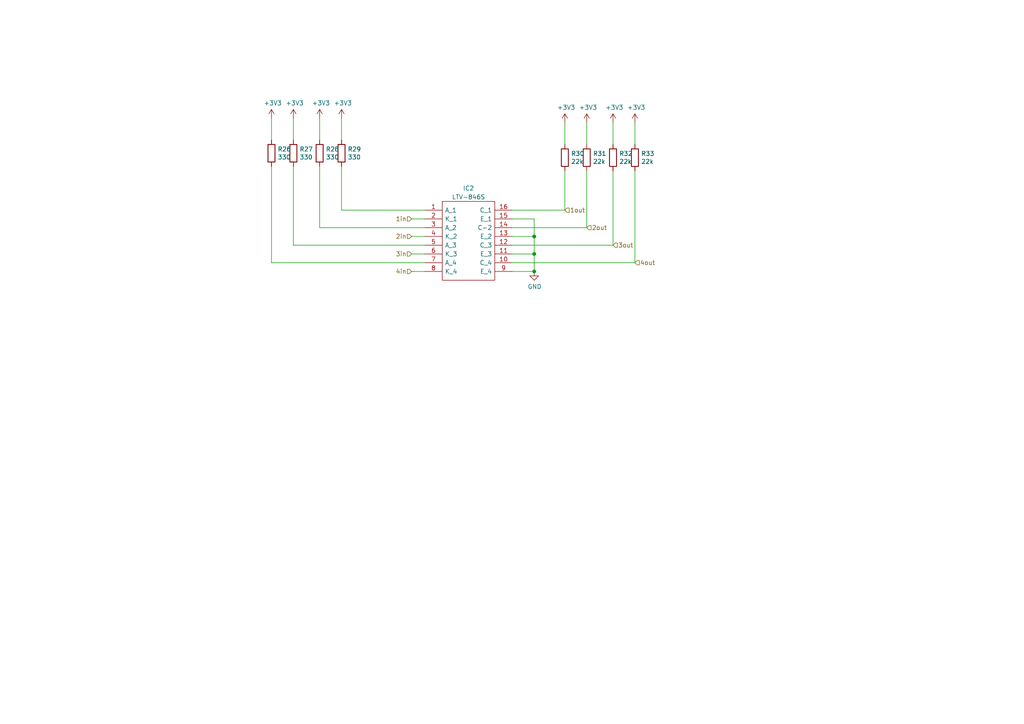
<source format=kicad_sch>
(kicad_sch (version 20230121) (generator eeschema)
  (paper "A4")
  (lib_symbols
    (symbol "Device:R" (pin_numbers hide) (pin_names (offset 0))
      (property "Reference" "R" (at 2.032 0 90))
      (property "Value" "R" (at 0 0 90))
      (symbol "R_0_1"
        (rectangle (start -1.016 -2.54) (end 1.016 2.54) (stroke (width 0.254)))
      )
      (symbol "R_1_1"
        (pin passive line (at 0 3.81 270) (length 1.27) (name "~") (number "1"))
        (pin passive line (at 0 -3.81 90) (length 1.27) (name "~") (number "2"))
      )
    )
    (symbol "SamacSys_Parts:LTV-846S" (pin_names (offset 0.762))
      (property "Reference" "IC" (at 21.59 7.62 0))
      (property "Value" "LTV-846S" (at 21.59 5.08 0))
      (symbol "LTV-846S_0_0"
        (pin passive line (at 0 0 0) (length 5.08) (name "A_1") (number "1"))
        (pin passive line (at 25.4 -15.24 180) (length 5.08) (name "C_4") (number "10"))
        (pin passive line (at 25.4 -12.7 180) (length 5.08) (name "E_3") (number "11"))
        (pin passive line (at 25.4 -10.16 180) (length 5.08) (name "C_3") (number "12"))
        (pin passive line (at 25.4 -7.62 180) (length 5.08) (name "E_2") (number "13"))
        (pin passive line (at 25.4 -5.08 180) (length 5.08) (name "C-2") (number "14"))
        (pin passive line (at 25.4 -2.54 180) (length 5.08) (name "E_1") (number "15"))
        (pin passive line (at 25.4 0 180) (length 5.08) (name "C_1") (number "16"))
        (pin passive line (at 0 -2.54 0) (length 5.08) (name "K_1") (number "2"))
        (pin passive line (at 0 -5.08 0) (length 5.08) (name "A_2") (number "3"))
        (pin passive line (at 0 -7.62 0) (length 5.08) (name "K_2") (number "4"))
        (pin passive line (at 0 -10.16 0) (length 5.08) (name "A_3") (number "5"))
        (pin passive line (at 0 -12.7 0) (length 5.08) (name "K_3") (number "6"))
        (pin passive line (at 0 -15.24 0) (length 5.08) (name "A_4") (number "7"))
        (pin passive line (at 0 -17.78 0) (length 5.08) (name "K_4") (number "8"))
        (pin passive line (at 25.4 -17.78 180) (length 5.08) (name "E_4") (number "9"))
      )
      (symbol "LTV-846S_0_1"
        (polyline (pts (xy 5.08 2.54) (xy 20.32 2.54) (xy 20.32 -20.32) (xy 5.08 -20.32) (xy 5.08 2.54)) (stroke (width 0.1524)))
      )
    )
    (symbol "power:+3.3V" (power) (pin_names (offset 0))
      (property "Value" "+3.3V" (at 0 3.556 0))
      (symbol "+3.3V_0_1"
        (polyline (pts (xy -0.762 1.27) (xy 0 2.54)))
        (polyline (pts (xy 0 0) (xy 0 2.54)))
        (polyline (pts (xy 0 2.54) (xy 0.762 1.27)))
      )
      (symbol "+3.3V_1_1"
        (pin power_in line (at 0 0 90) (length 0) hide (name "+3V3") (number "1"))
      )
    )
    (symbol "power:GND" (power) (pin_names (offset 0))
      (property "Value" "GND" (at 0 -3.81 0))
      (symbol "GND_0_1"
        (polyline (pts (xy 0 0) (xy 0 -1.27) (xy 1.27 -1.27) (xy 0 -2.54) (xy -1.27 -1.27) (xy 0 -1.27)))
      )
      (symbol "GND_1_1"
        (pin power_in line (at 0 0 270) (length 0) hide (name "GND") (number "1"))
      )
    )
  )
  (junction (at 154.94 78.74))
  (junction (at 154.94 73.66))
  (junction (at 154.94 68.58))
  (wire (pts (xy 184.15 76.2) (xy 184.15 49.53)))
  (wire (pts (xy 85.09 34.29) (xy 85.09 40.64)))
  (wire (pts (xy 99.06 60.96) (xy 99.06 48.26)))
  (wire (pts (xy 99.06 34.29) (xy 99.06 40.64)))
  (wire (pts (xy 170.18 35.56) (xy 170.18 41.91)))
  (wire (pts (xy 163.83 60.96) (xy 163.83 49.53)))
  (wire (pts (xy 154.94 78.74) (xy 148.59 78.74)))
  (wire (pts (xy 148.59 76.2) (xy 184.15 76.2)))
  (wire (pts (xy 119.38 63.5) (xy 123.19 63.5)))
  (wire (pts (xy 123.19 71.12) (xy 85.09 71.12)))
  (wire (pts (xy 148.59 66.04) (xy 170.18 66.04)))
  (wire (pts (xy 119.38 78.74) (xy 123.19 78.74)))
  (wire (pts (xy 154.94 63.5) (xy 154.94 68.58)))
  (wire (pts (xy 163.83 35.56) (xy 163.83 41.91)))
  (wire (pts (xy 78.74 76.2) (xy 78.74 48.26)))
  (wire (pts (xy 184.15 35.56) (xy 184.15 41.91)))
  (wire (pts (xy 123.19 76.2) (xy 78.74 76.2)))
  (wire (pts (xy 148.59 63.5) (xy 154.94 63.5)))
  (wire (pts (xy 123.19 60.96) (xy 99.06 60.96)))
  (wire (pts (xy 92.71 66.04) (xy 92.71 48.26)))
  (wire (pts (xy 148.59 68.58) (xy 154.94 68.58)))
  (wire (pts (xy 177.8 35.56) (xy 177.8 41.91)))
  (wire (pts (xy 123.19 66.04) (xy 92.71 66.04)))
  (wire (pts (xy 78.74 34.29) (xy 78.74 40.64)))
  (wire (pts (xy 119.38 68.58) (xy 123.19 68.58)))
  (wire (pts (xy 92.71 34.29) (xy 92.71 40.64)))
  (wire (pts (xy 119.38 73.66) (xy 123.19 73.66)))
  (wire (pts (xy 148.59 71.12) (xy 177.8 71.12)))
  (wire (pts (xy 148.59 73.66) (xy 154.94 73.66)))
  (wire (pts (xy 177.8 71.12) (xy 177.8 49.53)))
  (wire (pts (xy 170.18 66.04) (xy 170.18 49.53)))
  (wire (pts (xy 154.94 68.58) (xy 154.94 73.66)))
  (wire (pts (xy 148.59 60.96) (xy 163.83 60.96)))
  (wire (pts (xy 85.09 71.12) (xy 85.09 48.26)))
  (wire (pts (xy 154.94 73.66) (xy 154.94 78.74)))
  (hierarchical_label "4in" (shape input) (at 119.38 78.74 180))
  (hierarchical_label "2out" (shape input) (at 170.18 66.04 0))
  (hierarchical_label "3out" (shape input) (at 177.8 71.12 0))
  (hierarchical_label "3in" (shape input) (at 119.38 73.66 180))
  (hierarchical_label "2in" (shape input) (at 119.38 68.58 180))
  (hierarchical_label "1out" (shape input) (at 163.83 60.96 0))
  (hierarchical_label "1in" (shape input) (at 119.38 63.5 180))
  (hierarchical_label "4out" (shape input) (at 184.15 76.2 0))
  (symbol (lib_id "Device:R") (at 78.74 44.45 0) (unit 1)
    (property "Reference" "R26" (at 80.518 43.2816 0) (effects (justify left)))
    (property "Value" "330" (at 80.518 45.593 0) (effects (justify left)))
    (property "Footprint" "Resistor_THT:R_Axial_DIN0207_L6.3mm_D2.5mm_P2.54mm_Vertical" (effects hide))
  )
  (symbol (lib_id "Device:R") (at 177.8 45.72 0) (unit 1)
    (property "Reference" "R32" (at 179.578 44.5516 0) (effects (justify left)))
    (property "Value" "22k" (at 179.578 46.863 0) (effects (justify left)))
    (property "Footprint" "Resistor_THT:R_Axial_DIN0207_L6.3mm_D2.5mm_P2.54mm_Vertical" (effects hide))
  )
  (symbol (lib_id "Device:R") (at 170.18 45.72 0) (unit 1)
    (property "Reference" "R31" (at 171.958 44.5516 0) (effects (justify left)))
    (property "Value" "22k" (at 171.958 46.863 0) (effects (justify left)))
    (property "Footprint" "Resistor_THT:R_Axial_DIN0207_L6.3mm_D2.5mm_P2.54mm_Vertical" (effects hide))
  )
  (symbol (lib_id "power:+3.3V") (at 184.15 35.56 0) (unit 1)
    (property "Reference" "#PWR055" (effects hide))
    (property "Value" "+3.3V" (at 184.531 31.1658 0))
  )
  (symbol (lib_id "power:+3.3V") (at 170.18 35.56 0) (unit 1)
    (property "Reference" "#PWR053" (effects hide))
    (property "Value" "+3.3V" (at 170.561 31.1658 0))
  )
  (symbol (lib_id "power:GND") (at 154.94 78.74 0) (unit 1)
    (property "Reference" "#PWR051" (effects hide))
    (property "Value" "GND" (at 155.067 83.1342 0))
  )
  (symbol (lib_id "Device:R") (at 85.09 44.45 0) (unit 1)
    (property "Reference" "R27" (at 86.868 43.2816 0) (effects (justify left)))
    (property "Value" "330" (at 86.868 45.593 0) (effects (justify left)))
    (property "Footprint" "Resistor_THT:R_Axial_DIN0207_L6.3mm_D2.5mm_P2.54mm_Vertical" (effects hide))
  )
  (symbol (lib_id "power:+3.3V") (at 177.8 35.56 0) (unit 1)
    (property "Reference" "#PWR054" (effects hide))
    (property "Value" "+3.3V" (at 178.181 31.1658 0))
  )
  (symbol (lib_id "Device:R") (at 92.71 44.45 0) (unit 1)
    (property "Reference" "R28" (at 94.488 43.2816 0) (effects (justify left)))
    (property "Value" "330" (at 94.488 45.593 0) (effects (justify left)))
    (property "Footprint" "Resistor_THT:R_Axial_DIN0207_L6.3mm_D2.5mm_P2.54mm_Vertical" (effects hide))
  )
  (symbol (lib_id "Device:R") (at 99.06 44.45 0) (unit 1)
    (property "Reference" "R29" (at 100.838 43.2816 0) (effects (justify left)))
    (property "Value" "330" (at 100.838 45.593 0) (effects (justify left)))
    (property "Footprint" "Resistor_THT:R_Axial_DIN0207_L6.3mm_D2.5mm_P2.54mm_Vertical" (effects hide))
  )
  (symbol (lib_id "power:+3.3V") (at 99.06 34.29 0) (unit 1)
    (property "Reference" "#PWR050" (effects hide))
    (property "Value" "+3.3V" (at 99.441 29.8958 0))
  )
  (symbol (lib_id "power:+3.3V") (at 92.71 34.29 0) (unit 1)
    (property "Reference" "#PWR049" (effects hide))
    (property "Value" "+3.3V" (at 93.091 29.8958 0))
  )
  (symbol (lib_id "power:+3.3V") (at 163.83 35.56 0) (unit 1)
    (property "Reference" "#PWR052" (effects hide))
    (property "Value" "+3.3V" (at 164.211 31.1658 0))
  )
  (symbol (lib_id "power:+3.3V") (at 78.74 34.29 0) (unit 1)
    (property "Reference" "#PWR0102" (effects hide))
    (property "Value" "+3.3V" (at 79.121 29.8958 0))
  )
  (symbol (lib_id "Device:R") (at 184.15 45.72 0) (unit 1)
    (property "Reference" "R33" (at 185.928 44.5516 0) (effects (justify left)))
    (property "Value" "22k" (at 185.928 46.863 0) (effects (justify left)))
    (property "Footprint" "Resistor_THT:R_Axial_DIN0207_L6.3mm_D2.5mm_P2.54mm_Vertical" (effects hide))
  )
  (symbol (lib_id "power:+3.3V") (at 85.09 34.29 0) (unit 1)
    (property "Reference" "#PWR048" (effects hide))
    (property "Value" "+3.3V" (at 85.471 29.8958 0))
  )
  (symbol (lib_id "SamacSys_Parts:LTV-846S") (at 123.19 60.96 0) (unit 1)
    (property "Reference" "IC2" (at 135.89 54.61 0))
    (property "Value" "LTV-846S" (at 135.89 57.15 0))
    (property "Footprint" "LTV846S" (effects hide))
    (property "Datasheet" "https://media.digikey.com/pdf/Data%20Sheets/Lite-On%20PDFs/LTV-816_826_846.pdf" (effects hide))
    (property "Description" "Optocoupler Transistor O/P, 80V, SMD16 Lite-On LTV-846S DC Input Transistor Output Quad Optocoupler, Surface Mount, 16-Pin PDIP" (effects hide))
    (property "Height" "4.6" (effects hide))
    (property "Mouser Part Number" "859-LTV-846S" (effects hide))
    (property "Mouser Price/Stock" "https://www.mouser.co.uk/ProductDetail/Lite-On/LTV-846S?qs=mugDbBsgkzfnKotYIW64TQ%3D%3D" (effects hide))
    (property "Manufacturer_Name" "Lite-On" (effects hide))
    (property "Manufacturer_Part_Number" "LTV-846S" (effects hide))
  )
  (symbol (lib_id "Device:R") (at 163.83 45.72 0) (unit 1)
    (property "Reference" "R30" (at 165.608 44.5516 0) (effects (justify left)))
    (property "Value" "22k" (at 165.608 46.863 0) (effects (justify left)))
    (property "Footprint" "Resistor_THT:R_Axial_DIN0207_L6.3mm_D2.5mm_P2.54mm_Vertical" (effects hide))
  )
)
</source>
